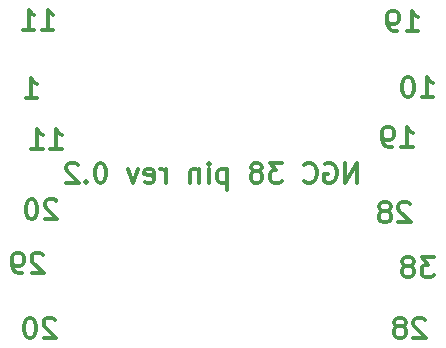
<source format=gbo>
G04 (created by PCBNEW (2013-07-07 BZR 4022)-stable) date 30/05/2015 12:48:12*
%MOIN*%
G04 Gerber Fmt 3.4, Leading zero omitted, Abs format*
%FSLAX34Y34*%
G01*
G70*
G90*
G04 APERTURE LIST*
%ADD10C,0.00590551*%
%ADD11C,0.011811*%
G04 APERTURE END LIST*
G54D10*
G54D11*
X53509Y-63890D02*
X53478Y-63858D01*
X53414Y-63826D01*
X53254Y-63826D01*
X53191Y-63858D01*
X53159Y-63890D01*
X53127Y-63954D01*
X53127Y-64017D01*
X53159Y-64113D01*
X53541Y-64495D01*
X53127Y-64495D01*
X52713Y-63826D02*
X52649Y-63826D01*
X52585Y-63858D01*
X52553Y-63890D01*
X52521Y-63954D01*
X52490Y-64081D01*
X52490Y-64240D01*
X52521Y-64368D01*
X52553Y-64432D01*
X52585Y-64464D01*
X52649Y-64495D01*
X52713Y-64495D01*
X52776Y-64464D01*
X52808Y-64432D01*
X52840Y-64368D01*
X52872Y-64240D01*
X52872Y-64081D01*
X52840Y-63954D01*
X52808Y-63890D01*
X52776Y-63858D01*
X52713Y-63826D01*
X53559Y-59940D02*
X53528Y-59908D01*
X53464Y-59876D01*
X53304Y-59876D01*
X53241Y-59908D01*
X53209Y-59940D01*
X53177Y-60004D01*
X53177Y-60067D01*
X53209Y-60163D01*
X53591Y-60545D01*
X53177Y-60545D01*
X52763Y-59876D02*
X52699Y-59876D01*
X52635Y-59908D01*
X52603Y-59940D01*
X52571Y-60004D01*
X52540Y-60131D01*
X52540Y-60290D01*
X52571Y-60418D01*
X52603Y-60482D01*
X52635Y-60514D01*
X52699Y-60545D01*
X52763Y-60545D01*
X52826Y-60514D01*
X52858Y-60482D01*
X52890Y-60418D01*
X52922Y-60290D01*
X52922Y-60131D01*
X52890Y-60004D01*
X52858Y-59940D01*
X52826Y-59908D01*
X52763Y-59876D01*
X65834Y-63890D02*
X65803Y-63858D01*
X65739Y-63826D01*
X65579Y-63826D01*
X65516Y-63858D01*
X65484Y-63890D01*
X65452Y-63954D01*
X65452Y-64017D01*
X65484Y-64113D01*
X65866Y-64495D01*
X65452Y-64495D01*
X65070Y-64113D02*
X65133Y-64081D01*
X65165Y-64049D01*
X65197Y-63985D01*
X65197Y-63954D01*
X65165Y-63890D01*
X65133Y-63858D01*
X65070Y-63826D01*
X64942Y-63826D01*
X64878Y-63858D01*
X64846Y-63890D01*
X64815Y-63954D01*
X64815Y-63985D01*
X64846Y-64049D01*
X64878Y-64081D01*
X64942Y-64113D01*
X65070Y-64113D01*
X65133Y-64145D01*
X65165Y-64177D01*
X65197Y-64240D01*
X65197Y-64368D01*
X65165Y-64432D01*
X65133Y-64464D01*
X65070Y-64495D01*
X64942Y-64495D01*
X64878Y-64464D01*
X64846Y-64432D01*
X64815Y-64368D01*
X64815Y-64240D01*
X64846Y-64177D01*
X64878Y-64145D01*
X64942Y-64113D01*
X65334Y-60040D02*
X65303Y-60008D01*
X65239Y-59976D01*
X65079Y-59976D01*
X65016Y-60008D01*
X64984Y-60040D01*
X64952Y-60104D01*
X64952Y-60167D01*
X64984Y-60263D01*
X65366Y-60645D01*
X64952Y-60645D01*
X64570Y-60263D02*
X64633Y-60231D01*
X64665Y-60199D01*
X64697Y-60135D01*
X64697Y-60104D01*
X64665Y-60040D01*
X64633Y-60008D01*
X64570Y-59976D01*
X64442Y-59976D01*
X64378Y-60008D01*
X64346Y-60040D01*
X64315Y-60104D01*
X64315Y-60135D01*
X64346Y-60199D01*
X64378Y-60231D01*
X64442Y-60263D01*
X64570Y-60263D01*
X64633Y-60295D01*
X64665Y-60327D01*
X64697Y-60390D01*
X64697Y-60518D01*
X64665Y-60582D01*
X64633Y-60614D01*
X64570Y-60645D01*
X64442Y-60645D01*
X64378Y-60614D01*
X64346Y-60582D01*
X64315Y-60518D01*
X64315Y-60390D01*
X64346Y-60327D01*
X64378Y-60295D01*
X64442Y-60263D01*
X53109Y-61740D02*
X53078Y-61708D01*
X53014Y-61676D01*
X52854Y-61676D01*
X52791Y-61708D01*
X52759Y-61740D01*
X52727Y-61804D01*
X52727Y-61867D01*
X52759Y-61963D01*
X53141Y-62345D01*
X52727Y-62345D01*
X52408Y-62345D02*
X52281Y-62345D01*
X52217Y-62314D01*
X52185Y-62282D01*
X52121Y-62186D01*
X52090Y-62059D01*
X52090Y-61804D01*
X52121Y-61740D01*
X52153Y-61708D01*
X52217Y-61676D01*
X52345Y-61676D01*
X52408Y-61708D01*
X52440Y-61740D01*
X52472Y-61804D01*
X52472Y-61963D01*
X52440Y-62027D01*
X52408Y-62059D01*
X52345Y-62090D01*
X52217Y-62090D01*
X52153Y-62059D01*
X52121Y-62027D01*
X52090Y-61963D01*
X53352Y-58195D02*
X53734Y-58195D01*
X53543Y-58195D02*
X53543Y-57526D01*
X53607Y-57622D01*
X53671Y-57685D01*
X53734Y-57717D01*
X52715Y-58195D02*
X53097Y-58195D01*
X52906Y-58195D02*
X52906Y-57526D01*
X52970Y-57622D01*
X53033Y-57685D01*
X53097Y-57717D01*
X53077Y-54220D02*
X53459Y-54220D01*
X53268Y-54220D02*
X53268Y-53551D01*
X53332Y-53647D01*
X53396Y-53710D01*
X53459Y-53742D01*
X52440Y-54220D02*
X52822Y-54220D01*
X52631Y-54220D02*
X52631Y-53551D01*
X52695Y-53647D01*
X52758Y-53710D01*
X52822Y-53742D01*
X52533Y-56495D02*
X52916Y-56495D01*
X52725Y-56495D02*
X52725Y-55826D01*
X52788Y-55922D01*
X52852Y-55985D01*
X52916Y-56017D01*
X65227Y-54270D02*
X65609Y-54270D01*
X65418Y-54270D02*
X65418Y-53601D01*
X65482Y-53697D01*
X65546Y-53760D01*
X65609Y-53792D01*
X64908Y-54270D02*
X64781Y-54270D01*
X64717Y-54239D01*
X64685Y-54207D01*
X64621Y-54111D01*
X64590Y-53984D01*
X64590Y-53729D01*
X64621Y-53665D01*
X64653Y-53633D01*
X64717Y-53601D01*
X64845Y-53601D01*
X64908Y-53633D01*
X64940Y-53665D01*
X64972Y-53729D01*
X64972Y-53888D01*
X64940Y-53952D01*
X64908Y-53984D01*
X64845Y-54015D01*
X64717Y-54015D01*
X64653Y-53984D01*
X64621Y-53952D01*
X64590Y-53888D01*
X66141Y-61801D02*
X65727Y-61801D01*
X65950Y-62056D01*
X65854Y-62056D01*
X65791Y-62088D01*
X65759Y-62120D01*
X65727Y-62184D01*
X65727Y-62343D01*
X65759Y-62407D01*
X65791Y-62439D01*
X65854Y-62470D01*
X66046Y-62470D01*
X66109Y-62439D01*
X66141Y-62407D01*
X65345Y-62088D02*
X65408Y-62056D01*
X65440Y-62024D01*
X65472Y-61960D01*
X65472Y-61929D01*
X65440Y-61865D01*
X65408Y-61833D01*
X65345Y-61801D01*
X65217Y-61801D01*
X65153Y-61833D01*
X65121Y-61865D01*
X65090Y-61929D01*
X65090Y-61960D01*
X65121Y-62024D01*
X65153Y-62056D01*
X65217Y-62088D01*
X65345Y-62088D01*
X65408Y-62120D01*
X65440Y-62152D01*
X65472Y-62215D01*
X65472Y-62343D01*
X65440Y-62407D01*
X65408Y-62439D01*
X65345Y-62470D01*
X65217Y-62470D01*
X65153Y-62439D01*
X65121Y-62407D01*
X65090Y-62343D01*
X65090Y-62215D01*
X65121Y-62152D01*
X65153Y-62120D01*
X65217Y-62088D01*
X65052Y-58145D02*
X65434Y-58145D01*
X65243Y-58145D02*
X65243Y-57476D01*
X65307Y-57572D01*
X65371Y-57635D01*
X65434Y-57667D01*
X64733Y-58145D02*
X64606Y-58145D01*
X64542Y-58114D01*
X64510Y-58082D01*
X64446Y-57986D01*
X64415Y-57859D01*
X64415Y-57604D01*
X64446Y-57540D01*
X64478Y-57508D01*
X64542Y-57476D01*
X64670Y-57476D01*
X64733Y-57508D01*
X64765Y-57540D01*
X64797Y-57604D01*
X64797Y-57763D01*
X64765Y-57827D01*
X64733Y-57859D01*
X64670Y-57890D01*
X64542Y-57890D01*
X64478Y-57859D01*
X64446Y-57827D01*
X64415Y-57763D01*
X65727Y-56470D02*
X66109Y-56470D01*
X65918Y-56470D02*
X65918Y-55801D01*
X65982Y-55897D01*
X66046Y-55960D01*
X66109Y-55992D01*
X65313Y-55801D02*
X65249Y-55801D01*
X65185Y-55833D01*
X65153Y-55865D01*
X65121Y-55929D01*
X65090Y-56056D01*
X65090Y-56215D01*
X65121Y-56343D01*
X65153Y-56407D01*
X65185Y-56439D01*
X65249Y-56470D01*
X65313Y-56470D01*
X65376Y-56439D01*
X65408Y-56407D01*
X65440Y-56343D01*
X65472Y-56215D01*
X65472Y-56056D01*
X65440Y-55929D01*
X65408Y-55865D01*
X65376Y-55833D01*
X65313Y-55801D01*
X63568Y-59326D02*
X63568Y-58656D01*
X63186Y-59326D01*
X63186Y-58656D01*
X62516Y-58688D02*
X62580Y-58656D01*
X62676Y-58656D01*
X62771Y-58688D01*
X62835Y-58752D01*
X62867Y-58816D01*
X62899Y-58943D01*
X62899Y-59039D01*
X62867Y-59166D01*
X62835Y-59230D01*
X62771Y-59294D01*
X62676Y-59326D01*
X62612Y-59326D01*
X62516Y-59294D01*
X62485Y-59262D01*
X62485Y-59039D01*
X62612Y-59039D01*
X61815Y-59262D02*
X61847Y-59294D01*
X61943Y-59326D01*
X62006Y-59326D01*
X62102Y-59294D01*
X62166Y-59230D01*
X62198Y-59166D01*
X62230Y-59039D01*
X62230Y-58943D01*
X62198Y-58816D01*
X62166Y-58752D01*
X62102Y-58688D01*
X62006Y-58656D01*
X61943Y-58656D01*
X61847Y-58688D01*
X61815Y-58720D01*
X61082Y-58656D02*
X60668Y-58656D01*
X60891Y-58911D01*
X60795Y-58911D01*
X60732Y-58943D01*
X60700Y-58975D01*
X60668Y-59039D01*
X60668Y-59198D01*
X60700Y-59262D01*
X60732Y-59294D01*
X60795Y-59326D01*
X60987Y-59326D01*
X61050Y-59294D01*
X61082Y-59262D01*
X60285Y-58943D02*
X60349Y-58911D01*
X60381Y-58879D01*
X60413Y-58816D01*
X60413Y-58784D01*
X60381Y-58720D01*
X60349Y-58688D01*
X60285Y-58656D01*
X60158Y-58656D01*
X60094Y-58688D01*
X60062Y-58720D01*
X60030Y-58784D01*
X60030Y-58816D01*
X60062Y-58879D01*
X60094Y-58911D01*
X60158Y-58943D01*
X60285Y-58943D01*
X60349Y-58975D01*
X60381Y-59007D01*
X60413Y-59071D01*
X60413Y-59198D01*
X60381Y-59262D01*
X60349Y-59294D01*
X60285Y-59326D01*
X60158Y-59326D01*
X60094Y-59294D01*
X60062Y-59262D01*
X60030Y-59198D01*
X60030Y-59071D01*
X60062Y-59007D01*
X60094Y-58975D01*
X60158Y-58943D01*
X59234Y-58879D02*
X59234Y-59549D01*
X59234Y-58911D02*
X59170Y-58879D01*
X59042Y-58879D01*
X58979Y-58911D01*
X58947Y-58943D01*
X58915Y-59007D01*
X58915Y-59198D01*
X58947Y-59262D01*
X58979Y-59294D01*
X59042Y-59326D01*
X59170Y-59326D01*
X59234Y-59294D01*
X58628Y-59326D02*
X58628Y-58879D01*
X58628Y-58656D02*
X58660Y-58688D01*
X58628Y-58720D01*
X58596Y-58688D01*
X58628Y-58656D01*
X58628Y-58720D01*
X58309Y-58879D02*
X58309Y-59326D01*
X58309Y-58943D02*
X58278Y-58911D01*
X58214Y-58879D01*
X58118Y-58879D01*
X58054Y-58911D01*
X58023Y-58975D01*
X58023Y-59326D01*
X57194Y-59326D02*
X57194Y-58879D01*
X57194Y-59007D02*
X57162Y-58943D01*
X57130Y-58911D01*
X57066Y-58879D01*
X57003Y-58879D01*
X56525Y-59294D02*
X56588Y-59326D01*
X56716Y-59326D01*
X56780Y-59294D01*
X56811Y-59230D01*
X56811Y-58975D01*
X56780Y-58911D01*
X56716Y-58879D01*
X56588Y-58879D01*
X56525Y-58911D01*
X56493Y-58975D01*
X56493Y-59039D01*
X56811Y-59102D01*
X56270Y-58879D02*
X56110Y-59326D01*
X55951Y-58879D01*
X55059Y-58656D02*
X54995Y-58656D01*
X54931Y-58688D01*
X54899Y-58720D01*
X54867Y-58784D01*
X54835Y-58911D01*
X54835Y-59071D01*
X54867Y-59198D01*
X54899Y-59262D01*
X54931Y-59294D01*
X54995Y-59326D01*
X55059Y-59326D01*
X55122Y-59294D01*
X55154Y-59262D01*
X55186Y-59198D01*
X55218Y-59071D01*
X55218Y-58911D01*
X55186Y-58784D01*
X55154Y-58720D01*
X55122Y-58688D01*
X55059Y-58656D01*
X54549Y-59262D02*
X54517Y-59294D01*
X54549Y-59326D01*
X54580Y-59294D01*
X54549Y-59262D01*
X54549Y-59326D01*
X54262Y-58720D02*
X54230Y-58688D01*
X54166Y-58656D01*
X54007Y-58656D01*
X53943Y-58688D01*
X53911Y-58720D01*
X53879Y-58784D01*
X53879Y-58847D01*
X53911Y-58943D01*
X54294Y-59326D01*
X53879Y-59326D01*
M02*

</source>
